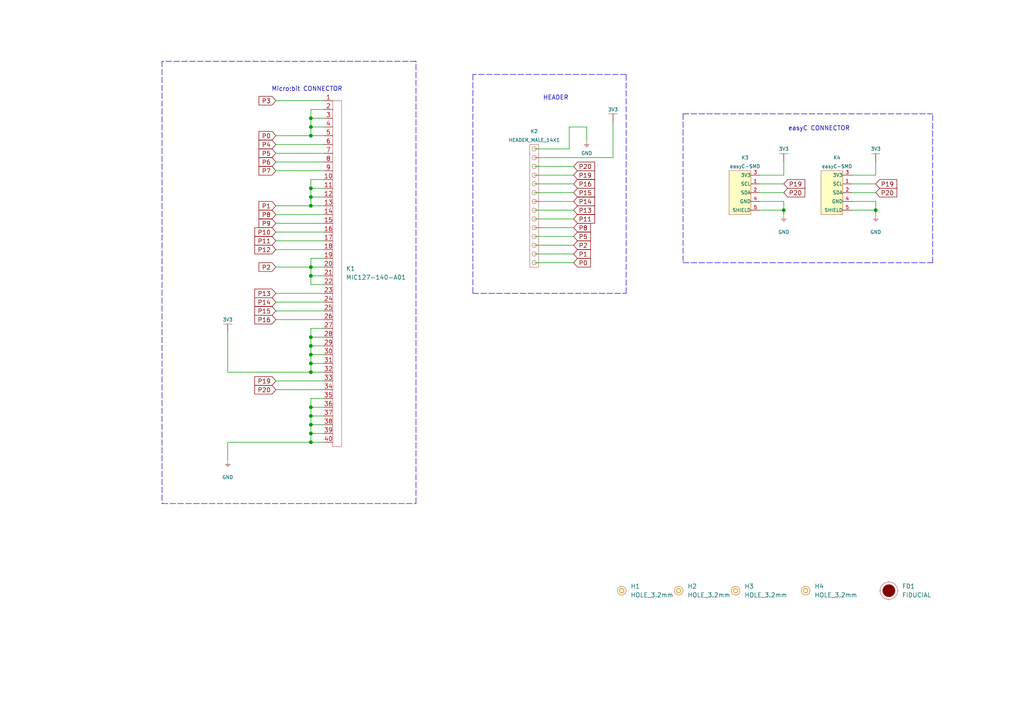
<source format=kicad_sch>
(kicad_sch (version 20210621) (generator eeschema)

  (uuid 47ddcb19-f6d9-4e5a-b914-ff9e25b58b32)

  (paper "A4")

  (title_block
    (title "PROTO:bit")
    (date "2021-09-09")
    (rev "V1.0.0.")
    (company "SOLDERED")
    (comment 1 "333087")
  )

  (lib_symbols
    (symbol "e-radionica.com schematics:3V3" (power) (pin_names (offset 0)) (in_bom yes) (on_board yes)
      (property "Reference" "#PWR" (id 0) (at 4.445 0 0)
        (effects (font (size 1 1)) hide)
      )
      (property "Value" "3V3" (id 1) (at 0 3.556 0)
        (effects (font (size 1 1)))
      )
      (property "Footprint" "" (id 2) (at 4.445 3.81 0)
        (effects (font (size 1 1)) hide)
      )
      (property "Datasheet" "" (id 3) (at 4.445 3.81 0)
        (effects (font (size 1 1)) hide)
      )
      (property "ki_keywords" "power-flag" (id 4) (at 0 0 0)
        (effects (font (size 1.27 1.27)) hide)
      )
      (property "ki_description" "Power symbol creates a global label with name \"3V3\"" (id 5) (at 0 0 0)
        (effects (font (size 1.27 1.27)) hide)
      )
      (symbol "3V3_0_1"
        (polyline
          (pts
            (xy -1.27 2.54)
            (xy 1.27 2.54)
          )
          (stroke (width 0.0006)) (fill (type none))
        )
        (polyline
          (pts
            (xy 0 0)
            (xy 0 2.54)
          )
          (stroke (width 0)) (fill (type none))
        )
      )
      (symbol "3V3_1_1"
        (pin power_in line (at 0 0 90) (length 0) hide
          (name "3V3" (effects (font (size 1.27 1.27))))
          (number "1" (effects (font (size 1.27 1.27))))
        )
      )
    )
    (symbol "e-radionica.com schematics:FIDUCIAL" (in_bom no) (on_board yes)
      (property "Reference" "FD" (id 0) (at 0 3.81 0)
        (effects (font (size 1.27 1.27)))
      )
      (property "Value" "FIDUCIAL" (id 1) (at 0 -3.81 0)
        (effects (font (size 1.27 1.27)))
      )
      (property "Footprint" "e-radionica.com footprinti:FIDUCIAL_23" (id 2) (at 0.254 -5.334 0)
        (effects (font (size 1.27 1.27)) hide)
      )
      (property "Datasheet" "" (id 3) (at 0 0 0)
        (effects (font (size 1.27 1.27)) hide)
      )
      (symbol "FIDUCIAL_0_1"
        (circle (center 0 0) (radius 2.54) (stroke (width 0.0006)) (fill (type none)))
        (circle (center 0 0) (radius 1.7961) (stroke (width 0.001)) (fill (type outline)))
        (polyline
          (pts
            (xy -2.54 0)
            (xy -2.794 0)
          )
          (stroke (width 0.0006)) (fill (type none))
        )
        (polyline
          (pts
            (xy 0 -2.54)
            (xy 0 -2.794)
          )
          (stroke (width 0.0006)) (fill (type none))
        )
        (polyline
          (pts
            (xy 0 2.54)
            (xy 0 2.794)
          )
          (stroke (width 0.0006)) (fill (type none))
        )
        (polyline
          (pts
            (xy 2.54 0)
            (xy 2.794 0)
          )
          (stroke (width 0.0006)) (fill (type none))
        )
      )
    )
    (symbol "e-radionica.com schematics:GND" (power) (pin_names (offset 0)) (in_bom yes) (on_board yes)
      (property "Reference" "#PWR" (id 0) (at 4.445 0 0)
        (effects (font (size 1 1)) hide)
      )
      (property "Value" "GND" (id 1) (at 0 -2.921 0)
        (effects (font (size 1 1)))
      )
      (property "Footprint" "" (id 2) (at 4.445 3.81 0)
        (effects (font (size 1 1)) hide)
      )
      (property "Datasheet" "" (id 3) (at 4.445 3.81 0)
        (effects (font (size 1 1)) hide)
      )
      (property "ki_keywords" "power-flag" (id 4) (at 0 0 0)
        (effects (font (size 1.27 1.27)) hide)
      )
      (property "ki_description" "Power symbol creates a global label with name \"GND\"" (id 5) (at 0 0 0)
        (effects (font (size 1.27 1.27)) hide)
      )
      (symbol "GND_0_1"
        (polyline
          (pts
            (xy -0.762 -1.27)
            (xy 0.762 -1.27)
          )
          (stroke (width 0.0006)) (fill (type none))
        )
        (polyline
          (pts
            (xy -0.635 -1.524)
            (xy 0.635 -1.524)
          )
          (stroke (width 0.0006)) (fill (type none))
        )
        (polyline
          (pts
            (xy -0.381 -1.778)
            (xy 0.381 -1.778)
          )
          (stroke (width 0.0006)) (fill (type none))
        )
        (polyline
          (pts
            (xy -0.127 -2.032)
            (xy 0.127 -2.032)
          )
          (stroke (width 0.0006)) (fill (type none))
        )
        (polyline
          (pts
            (xy 0 0)
            (xy 0 -1.27)
          )
          (stroke (width 0.0006)) (fill (type none))
        )
      )
      (symbol "GND_1_1"
        (pin power_in line (at 0 0 270) (length 0) hide
          (name "GND" (effects (font (size 1.27 1.27))))
          (number "1" (effects (font (size 1.27 1.27))))
        )
      )
    )
    (symbol "e-radionica.com schematics:HEADER_MALE_14X1" (pin_numbers hide) (in_bom yes) (on_board yes)
      (property "Reference" "K" (id 0) (at -0.635 20.32 0)
        (effects (font (size 1 1)))
      )
      (property "Value" "HEADER_MALE_14X1" (id 1) (at 1.27 -17.78 0)
        (effects (font (size 1 1)))
      )
      (property "Footprint" "e-radionica.com footprinti:HEADER_MALE_14X1" (id 2) (at 0 2.54 0)
        (effects (font (size 1 1)) hide)
      )
      (property "Datasheet" "" (id 3) (at 0 2.54 0)
        (effects (font (size 1 1)) hide)
      )
      (symbol "HEADER_MALE_14X1_0_1"
        (circle (center 0 -15.24) (radius 0.635) (stroke (width 0.0006)) (fill (type none)))
        (circle (center 0 -12.7) (radius 0.635) (stroke (width 0.0006)) (fill (type none)))
        (circle (center 0 -10.16) (radius 0.635) (stroke (width 0.0006)) (fill (type none)))
        (circle (center 0 -7.62) (radius 0.635) (stroke (width 0.0006)) (fill (type none)))
        (circle (center 0 -5.08) (radius 0.635) (stroke (width 0.0006)) (fill (type none)))
        (circle (center 0 -2.54) (radius 0.635) (stroke (width 0.0006)) (fill (type none)))
        (circle (center 0 0) (radius 0.635) (stroke (width 0.0006)) (fill (type none)))
        (circle (center 0 2.54) (radius 0.635) (stroke (width 0.0006)) (fill (type none)))
        (circle (center 0 5.08) (radius 0.635) (stroke (width 0.0006)) (fill (type none)))
        (circle (center 0 7.62) (radius 0.635) (stroke (width 0.0006)) (fill (type none)))
        (circle (center 0 10.16) (radius 0.635) (stroke (width 0.0006)) (fill (type none)))
        (circle (center 0 12.7) (radius 0.635) (stroke (width 0.0006)) (fill (type none)))
        (circle (center 0 15.24) (radius 0.635) (stroke (width 0.0006)) (fill (type none)))
        (circle (center 0 17.78) (radius 0.635) (stroke (width 0.0006)) (fill (type none)))
        (rectangle (start 1.27 -16.51) (end -1.27 19.05)
          (stroke (width 0.0006)) (fill (type none))
        )
      )
      (symbol "HEADER_MALE_14X1_1_1"
        (pin passive line (at 0 -15.24 180) (length 0)
          (name "~" (effects (font (size 0.991 0.991))))
          (number "1" (effects (font (size 0.991 0.991))))
        )
        (pin passive line (at 0 7.62 180) (length 0)
          (name "~" (effects (font (size 0.991 0.991))))
          (number "10" (effects (font (size 0.991 0.991))))
        )
        (pin passive line (at 0 10.16 180) (length 0)
          (name "~" (effects (font (size 0.991 0.991))))
          (number "11" (effects (font (size 0.991 0.991))))
        )
        (pin passive line (at 0 12.7 180) (length 0)
          (name "~" (effects (font (size 0.991 0.991))))
          (number "12" (effects (font (size 0.991 0.991))))
        )
        (pin passive line (at 0 15.24 180) (length 0)
          (name "~" (effects (font (size 0.991 0.991))))
          (number "13" (effects (font (size 0.991 0.991))))
        )
        (pin passive line (at 0 17.78 180) (length 0)
          (name "~" (effects (font (size 0.991 0.991))))
          (number "14" (effects (font (size 0.991 0.991))))
        )
        (pin passive line (at 0 -12.7 180) (length 0)
          (name "~" (effects (font (size 0.991 0.991))))
          (number "2" (effects (font (size 0.991 0.991))))
        )
        (pin passive line (at 0 -10.16 180) (length 0)
          (name "~" (effects (font (size 0.991 0.991))))
          (number "3" (effects (font (size 0.991 0.991))))
        )
        (pin passive line (at 0 -7.62 180) (length 0)
          (name "~" (effects (font (size 0.991 0.991))))
          (number "4" (effects (font (size 0.991 0.991))))
        )
        (pin passive line (at 0 -5.08 180) (length 0)
          (name "~" (effects (font (size 0.991 0.991))))
          (number "5" (effects (font (size 0.991 0.991))))
        )
        (pin passive line (at 0 -2.54 180) (length 0)
          (name "~" (effects (font (size 0.991 0.991))))
          (number "6" (effects (font (size 0.991 0.991))))
        )
        (pin passive line (at 0 0 180) (length 0)
          (name "~" (effects (font (size 0.991 0.991))))
          (number "7" (effects (font (size 0.991 0.991))))
        )
        (pin passive line (at 0 2.54 180) (length 0)
          (name "~" (effects (font (size 0.991 0.991))))
          (number "8" (effects (font (size 0.991 0.991))))
        )
        (pin passive line (at 0 5.08 180) (length 0)
          (name "~" (effects (font (size 0.991 0.991))))
          (number "9" (effects (font (size 0.991 0.991))))
        )
      )
    )
    (symbol "e-radionica.com schematics:HOLE_3.2mm" (pin_numbers hide) (pin_names hide) (in_bom yes) (on_board yes)
      (property "Reference" "H" (id 0) (at 0 2.54 0)
        (effects (font (size 1.27 1.27)))
      )
      (property "Value" "HOLE_3.2mm" (id 1) (at 0 -2.54 0)
        (effects (font (size 1.27 1.27)))
      )
      (property "Footprint" "e-radionica.com footprinti:HOLE_3.2mm" (id 2) (at 0 0 0)
        (effects (font (size 1.27 1.27)) hide)
      )
      (property "Datasheet" "" (id 3) (at 0 0 0)
        (effects (font (size 1.27 1.27)) hide)
      )
      (symbol "HOLE_3.2mm_0_1"
        (circle (center 0 0) (radius 0.635) (stroke (width 0.0006)) (fill (type none)))
        (circle (center 0 0) (radius 1.27) (stroke (width 0.001)) (fill (type background)))
      )
    )
    (symbol "e-radionica.com schematics:MIC127-140-A01" (in_bom yes) (on_board yes)
      (property "Reference" "K" (id 0) (at 2.54 15.24 0)
        (effects (font (size 1.27 1.27)))
      )
      (property "Value" "MIC127-140-A01" (id 1) (at 8.89 25.4 0)
        (effects (font (size 1.27 1.27)))
      )
      (property "Footprint" "e-radionica.com footprinti:MC127-140-A01" (id 2) (at 0 -19.05 0)
        (effects (font (size 1.27 1.27)) hide)
      )
      (property "Datasheet" "" (id 3) (at 0 -19.05 0)
        (effects (font (size 1.27 1.27)) hide)
      )
      (symbol "MIC127-140-A01_0_1"
        (rectangle (start -2.54 -50.8) (end 0 49.53)
          (stroke (width 0.0006)) (fill (type none))
        )
      )
      (symbol "MIC127-140-A01_1_1"
        (pin input line (at -5.08 49.53 0) (length 2.54)
          (name "" (effects (font (size 1.27 1.27))))
          (number "1" (effects (font (size 1.27 1.27))))
        )
        (pin input line (at -5.08 26.67 0) (length 2.54)
          (name "" (effects (font (size 1.27 1.27))))
          (number "10" (effects (font (size 1.27 1.27))))
        )
        (pin input line (at -5.08 24.13 0) (length 2.54)
          (name "" (effects (font (size 1.27 1.27))))
          (number "11" (effects (font (size 1.27 1.27))))
        )
        (pin input line (at -5.08 21.59 0) (length 2.54)
          (name "" (effects (font (size 1.27 1.27))))
          (number "12" (effects (font (size 1.27 1.27))))
        )
        (pin input line (at -5.08 19.05 0) (length 2.54)
          (name "" (effects (font (size 1.27 1.27))))
          (number "13" (effects (font (size 1.27 1.27))))
        )
        (pin input line (at -5.08 16.51 0) (length 2.54)
          (name "" (effects (font (size 1.27 1.27))))
          (number "14" (effects (font (size 1.27 1.27))))
        )
        (pin input line (at -5.08 13.97 0) (length 2.54)
          (name "" (effects (font (size 1.27 1.27))))
          (number "15" (effects (font (size 1.27 1.27))))
        )
        (pin input line (at -5.08 11.43 0) (length 2.54)
          (name "" (effects (font (size 1.27 1.27))))
          (number "16" (effects (font (size 1.27 1.27))))
        )
        (pin input line (at -5.08 8.89 0) (length 2.54)
          (name "" (effects (font (size 1.27 1.27))))
          (number "17" (effects (font (size 1.27 1.27))))
        )
        (pin input line (at -5.08 6.35 0) (length 2.54)
          (name "" (effects (font (size 1.27 1.27))))
          (number "18" (effects (font (size 1.27 1.27))))
        )
        (pin input line (at -5.08 3.81 0) (length 2.54)
          (name "" (effects (font (size 1.27 1.27))))
          (number "19" (effects (font (size 1.27 1.27))))
        )
        (pin input line (at -5.08 46.99 0) (length 2.54)
          (name "" (effects (font (size 1.27 1.27))))
          (number "2" (effects (font (size 1.27 1.27))))
        )
        (pin input line (at -5.08 1.27 0) (length 2.54)
          (name "" (effects (font (size 1.27 1.27))))
          (number "20" (effects (font (size 1.27 1.27))))
        )
        (pin input line (at -5.08 -1.27 0) (length 2.54)
          (name "" (effects (font (size 1.27 1.27))))
          (number "21" (effects (font (size 1.27 1.27))))
        )
        (pin input line (at -5.08 -3.81 0) (length 2.54)
          (name "" (effects (font (size 1.27 1.27))))
          (number "22" (effects (font (size 1.27 1.27))))
        )
        (pin input line (at -5.08 -6.35 0) (length 2.54)
          (name "" (effects (font (size 1.27 1.27))))
          (number "23" (effects (font (size 1.27 1.27))))
        )
        (pin input line (at -5.08 -8.89 0) (length 2.54)
          (name "" (effects (font (size 1.27 1.27))))
          (number "24" (effects (font (size 1.27 1.27))))
        )
        (pin input line (at -5.08 -11.43 0) (length 2.54)
          (name "" (effects (font (size 1.27 1.27))))
          (number "25" (effects (font (size 1.27 1.27))))
        )
        (pin input line (at -5.08 -13.97 0) (length 2.54)
          (name "" (effects (font (size 1.27 1.27))))
          (number "26" (effects (font (size 1.27 1.27))))
        )
        (pin input line (at -5.08 -16.51 0) (length 2.54)
          (name "" (effects (font (size 1.27 1.27))))
          (number "27" (effects (font (size 1.27 1.27))))
        )
        (pin input line (at -5.08 -19.05 0) (length 2.54)
          (name "" (effects (font (size 1.27 1.27))))
          (number "28" (effects (font (size 1.27 1.27))))
        )
        (pin input line (at -5.08 -21.59 0) (length 2.54)
          (name "" (effects (font (size 1.27 1.27))))
          (number "29" (effects (font (size 1.27 1.27))))
        )
        (pin input line (at -5.08 44.45 0) (length 2.54)
          (name "" (effects (font (size 1.27 1.27))))
          (number "3" (effects (font (size 1.27 1.27))))
        )
        (pin input line (at -5.08 -24.13 0) (length 2.54)
          (name "" (effects (font (size 1.27 1.27))))
          (number "30" (effects (font (size 1.27 1.27))))
        )
        (pin input line (at -5.08 -26.67 0) (length 2.54)
          (name "" (effects (font (size 1.27 1.27))))
          (number "31" (effects (font (size 1.27 1.27))))
        )
        (pin input line (at -5.08 -29.21 0) (length 2.54)
          (name "" (effects (font (size 1.27 1.27))))
          (number "32" (effects (font (size 1.27 1.27))))
        )
        (pin input line (at -5.08 -31.75 0) (length 2.54)
          (name "" (effects (font (size 1.27 1.27))))
          (number "33" (effects (font (size 1.27 1.27))))
        )
        (pin input line (at -5.08 -34.29 0) (length 2.54)
          (name "" (effects (font (size 1.27 1.27))))
          (number "34" (effects (font (size 1.27 1.27))))
        )
        (pin input line (at -5.08 -36.83 0) (length 2.54)
          (name "" (effects (font (size 1.27 1.27))))
          (number "35" (effects (font (size 1.27 1.27))))
        )
        (pin input line (at -5.08 -39.37 0) (length 2.54)
          (name "" (effects (font (size 1.27 1.27))))
          (number "36" (effects (font (size 1.27 1.27))))
        )
        (pin input line (at -5.08 -41.91 0) (length 2.54)
          (name "" (effects (font (size 1.27 1.27))))
          (number "37" (effects (font (size 1.27 1.27))))
        )
        (pin input line (at -5.08 -44.45 0) (length 2.54)
          (name "" (effects (font (size 1.27 1.27))))
          (number "38" (effects (font (size 1.27 1.27))))
        )
        (pin input line (at -5.08 -46.99 0) (length 2.54)
          (name "" (effects (font (size 1.27 1.27))))
          (number "39" (effects (font (size 1.27 1.27))))
        )
        (pin input line (at -5.08 41.91 0) (length 2.54)
          (name "" (effects (font (size 1.27 1.27))))
          (number "4" (effects (font (size 1.27 1.27))))
        )
        (pin input line (at -5.08 -49.53 0) (length 2.54)
          (name "" (effects (font (size 1.27 1.27))))
          (number "40" (effects (font (size 1.27 1.27))))
        )
        (pin input line (at -5.08 39.37 0) (length 2.54)
          (name "" (effects (font (size 1.27 1.27))))
          (number "5" (effects (font (size 1.27 1.27))))
        )
        (pin input line (at -5.08 36.83 0) (length 2.54)
          (name "" (effects (font (size 1.27 1.27))))
          (number "6" (effects (font (size 1.27 1.27))))
        )
        (pin input line (at -5.08 34.29 0) (length 2.54)
          (name "" (effects (font (size 1.27 1.27))))
          (number "7" (effects (font (size 1.27 1.27))))
        )
        (pin input line (at -5.08 31.75 0) (length 2.54)
          (name "" (effects (font (size 1.27 1.27))))
          (number "8" (effects (font (size 1.27 1.27))))
        )
        (pin input line (at -5.08 29.21 0) (length 2.54)
          (name "" (effects (font (size 1.27 1.27))))
          (number "9" (effects (font (size 1.27 1.27))))
        )
      )
    )
    (symbol "e-radionica.com schematics:easyC-SMD" (pin_names (offset 0.002)) (in_bom yes) (on_board yes)
      (property "Reference" "K" (id 0) (at -2.54 10.16 0)
        (effects (font (size 1 1)))
      )
      (property "Value" "easyC-SMD" (id 1) (at 0 -5.08 0)
        (effects (font (size 1 1)))
      )
      (property "Footprint" "e-radionica.com footprinti:easyC-connector" (id 2) (at 3.175 2.54 0)
        (effects (font (size 1 1)) hide)
      )
      (property "Datasheet" "" (id 3) (at 3.175 2.54 0)
        (effects (font (size 1 1)) hide)
      )
      (symbol "easyC-SMD_0_1"
        (rectangle (start -3.175 8.89) (end 3.175 -3.81)
          (stroke (width 0.001)) (fill (type background))
        )
      )
      (symbol "easyC-SMD_1_1"
        (pin passive line (at 5.715 5.08 180) (length 2.54)
          (name "SCL" (effects (font (size 1 1))))
          (number "1" (effects (font (size 1 1))))
        )
        (pin passive line (at 5.715 2.54 180) (length 2.54)
          (name "SDA" (effects (font (size 1 1))))
          (number "2" (effects (font (size 1 1))))
        )
        (pin passive line (at 5.715 7.62 180) (length 2.54)
          (name "3V3" (effects (font (size 1 1))))
          (number "3" (effects (font (size 1 1))))
        )
        (pin passive line (at 5.715 0 180) (length 2.54)
          (name "GND" (effects (font (size 1 1))))
          (number "4" (effects (font (size 1 1))))
        )
        (pin passive line (at 5.715 -2.54 180) (length 2.54)
          (name "SHIELD" (effects (font (size 1 1))))
          (number "5" (effects (font (size 1 1))))
        )
      )
    )
  )

  (junction (at 90.17 34.29) (diameter 0.9144) (color 0 0 0 0))
  (junction (at 90.17 36.83) (diameter 0.9144) (color 0 0 0 0))
  (junction (at 90.17 39.37) (diameter 0.9144) (color 0 0 0 0))
  (junction (at 90.17 54.61) (diameter 0.9144) (color 0 0 0 0))
  (junction (at 90.17 57.15) (diameter 0.9144) (color 0 0 0 0))
  (junction (at 90.17 59.69) (diameter 0.9144) (color 0 0 0 0))
  (junction (at 90.17 77.47) (diameter 0.9144) (color 0 0 0 0))
  (junction (at 90.17 80.01) (diameter 0.9144) (color 0 0 0 0))
  (junction (at 90.17 97.79) (diameter 0.9144) (color 0 0 0 0))
  (junction (at 90.17 100.33) (diameter 0.9144) (color 0 0 0 0))
  (junction (at 90.17 102.87) (diameter 0.9144) (color 0 0 0 0))
  (junction (at 90.17 105.41) (diameter 0.9144) (color 0 0 0 0))
  (junction (at 90.17 107.95) (diameter 0.9144) (color 0 0 0 0))
  (junction (at 90.17 118.11) (diameter 0.9144) (color 0 0 0 0))
  (junction (at 90.17 120.65) (diameter 0.9144) (color 0 0 0 0))
  (junction (at 90.17 123.19) (diameter 0.9144) (color 0 0 0 0))
  (junction (at 90.17 125.73) (diameter 0.9144) (color 0 0 0 0))
  (junction (at 90.17 128.27) (diameter 0.9144) (color 0 0 0 0))
  (junction (at 227.33 60.96) (diameter 0.9144) (color 0 0 0 0))
  (junction (at 254 60.96) (diameter 0.9144) (color 0 0 0 0))

  (wire (pts (xy 66.04 107.95) (xy 66.04 96.52))
    (stroke (width 0) (type solid) (color 0 0 0 0))
    (uuid 4b7c565b-bd45-4356-996d-4fb9058962c9)
  )
  (wire (pts (xy 66.04 128.27) (xy 66.04 133.35))
    (stroke (width 0) (type solid) (color 0 0 0 0))
    (uuid 48ce0327-c003-403f-9d80-9052fc61f284)
  )
  (wire (pts (xy 80.01 29.21) (xy 93.98 29.21))
    (stroke (width 0) (type solid) (color 0 0 0 0))
    (uuid 9164b2a5-b8d7-49d4-8b84-cd911b9c981f)
  )
  (wire (pts (xy 80.01 39.37) (xy 90.17 39.37))
    (stroke (width 0) (type solid) (color 0 0 0 0))
    (uuid 7d16533a-33db-42b1-a547-de5662c517b1)
  )
  (wire (pts (xy 80.01 41.91) (xy 93.98 41.91))
    (stroke (width 0) (type solid) (color 0 0 0 0))
    (uuid c0b42986-9697-4b03-a292-33eb596e3baa)
  )
  (wire (pts (xy 80.01 44.45) (xy 93.98 44.45))
    (stroke (width 0) (type solid) (color 0 0 0 0))
    (uuid 044983c9-b12f-41b5-9a67-5b7bdee1f599)
  )
  (wire (pts (xy 80.01 46.99) (xy 93.98 46.99))
    (stroke (width 0) (type solid) (color 0 0 0 0))
    (uuid 6c0ef96b-670e-4d3b-835e-02a049339e1d)
  )
  (wire (pts (xy 80.01 49.53) (xy 93.98 49.53))
    (stroke (width 0) (type solid) (color 0 0 0 0))
    (uuid 97c8b704-9598-4d54-b092-00725effb34b)
  )
  (wire (pts (xy 80.01 59.69) (xy 90.17 59.69))
    (stroke (width 0) (type solid) (color 0 0 0 0))
    (uuid e398fdae-b221-4a07-8fb4-92fb3198a789)
  )
  (wire (pts (xy 80.01 62.23) (xy 93.98 62.23))
    (stroke (width 0) (type solid) (color 0 0 0 0))
    (uuid dfb1283a-0b32-418b-9b9c-7e59d8c042b3)
  )
  (wire (pts (xy 80.01 64.77) (xy 93.98 64.77))
    (stroke (width 0) (type solid) (color 0 0 0 0))
    (uuid 5902997d-3e7b-4f28-8093-ce4f26c4f642)
  )
  (wire (pts (xy 80.01 67.31) (xy 93.98 67.31))
    (stroke (width 0) (type solid) (color 0 0 0 0))
    (uuid da68ad33-f118-411e-a278-7f1c38b0eca9)
  )
  (wire (pts (xy 80.01 69.85) (xy 93.98 69.85))
    (stroke (width 0) (type solid) (color 0 0 0 0))
    (uuid 5bf6f4a3-82ba-4c4d-8a1d-b5b01910d963)
  )
  (wire (pts (xy 80.01 72.39) (xy 93.98 72.39))
    (stroke (width 0) (type solid) (color 0 0 0 0))
    (uuid 591491a2-cfa3-4c5a-9f03-295ca959fffc)
  )
  (wire (pts (xy 80.01 77.47) (xy 90.17 77.47))
    (stroke (width 0) (type solid) (color 0 0 0 0))
    (uuid 6f10263a-3778-44b3-af43-30695198d4fe)
  )
  (wire (pts (xy 80.01 85.09) (xy 93.98 85.09))
    (stroke (width 0) (type solid) (color 0 0 0 0))
    (uuid 2bb0d21d-0f62-4233-b15d-7ecbb4e79888)
  )
  (wire (pts (xy 80.01 87.63) (xy 93.98 87.63))
    (stroke (width 0) (type solid) (color 0 0 0 0))
    (uuid ebd392bb-42cc-4590-8e62-ccce5a3d7aa6)
  )
  (wire (pts (xy 80.01 90.17) (xy 93.98 90.17))
    (stroke (width 0) (type solid) (color 0 0 0 0))
    (uuid dfb8f638-6bb8-4eb6-b27f-bc985a8c1696)
  )
  (wire (pts (xy 80.01 92.71) (xy 93.98 92.71))
    (stroke (width 0) (type solid) (color 0 0 0 0))
    (uuid 7cfbe525-c6da-4964-84b5-43d4f23f6fa5)
  )
  (wire (pts (xy 80.01 110.49) (xy 93.98 110.49))
    (stroke (width 0) (type solid) (color 0 0 0 0))
    (uuid d4cc284d-49b6-4e65-bdd5-20ad989bb2ca)
  )
  (wire (pts (xy 80.01 113.03) (xy 93.98 113.03))
    (stroke (width 0) (type solid) (color 0 0 0 0))
    (uuid a500afac-55f5-4e52-a238-4b24ff5a2003)
  )
  (wire (pts (xy 90.17 31.75) (xy 90.17 34.29))
    (stroke (width 0) (type solid) (color 0 0 0 0))
    (uuid 6077fff7-2733-403c-8938-3ab7a5855d1b)
  )
  (wire (pts (xy 90.17 34.29) (xy 90.17 36.83))
    (stroke (width 0) (type solid) (color 0 0 0 0))
    (uuid 333186fe-741e-4446-9a79-21041d3e5e35)
  )
  (wire (pts (xy 90.17 36.83) (xy 90.17 39.37))
    (stroke (width 0) (type solid) (color 0 0 0 0))
    (uuid ceddc1f7-482b-43fa-a361-31096a198a0c)
  )
  (wire (pts (xy 90.17 39.37) (xy 93.98 39.37))
    (stroke (width 0) (type solid) (color 0 0 0 0))
    (uuid 7d16533a-33db-42b1-a547-de5662c517b1)
  )
  (wire (pts (xy 90.17 52.07) (xy 90.17 54.61))
    (stroke (width 0) (type solid) (color 0 0 0 0))
    (uuid 615d257c-563d-460e-ae40-864ca2660a99)
  )
  (wire (pts (xy 90.17 54.61) (xy 90.17 57.15))
    (stroke (width 0) (type solid) (color 0 0 0 0))
    (uuid 15c0d730-f888-4521-a8da-9aad3cded09d)
  )
  (wire (pts (xy 90.17 57.15) (xy 90.17 59.69))
    (stroke (width 0) (type solid) (color 0 0 0 0))
    (uuid ac67777a-788a-40bd-8a10-ee34b41cf9c1)
  )
  (wire (pts (xy 90.17 59.69) (xy 93.98 59.69))
    (stroke (width 0) (type solid) (color 0 0 0 0))
    (uuid e398fdae-b221-4a07-8fb4-92fb3198a789)
  )
  (wire (pts (xy 90.17 74.93) (xy 90.17 77.47))
    (stroke (width 0) (type solid) (color 0 0 0 0))
    (uuid 278d263e-998d-4861-93b2-e5d552404578)
  )
  (wire (pts (xy 90.17 77.47) (xy 93.98 77.47))
    (stroke (width 0) (type solid) (color 0 0 0 0))
    (uuid 6f10263a-3778-44b3-af43-30695198d4fe)
  )
  (wire (pts (xy 90.17 80.01) (xy 90.17 77.47))
    (stroke (width 0) (type solid) (color 0 0 0 0))
    (uuid 92f91e46-4a53-49d6-85c1-b2dda115974a)
  )
  (wire (pts (xy 90.17 82.55) (xy 90.17 80.01))
    (stroke (width 0) (type solid) (color 0 0 0 0))
    (uuid 9221d66e-4bf3-4143-bdb9-eaa65cf13185)
  )
  (wire (pts (xy 90.17 95.25) (xy 90.17 97.79))
    (stroke (width 0) (type solid) (color 0 0 0 0))
    (uuid e2ed468c-6dcf-47de-a03a-47590f16af38)
  )
  (wire (pts (xy 90.17 97.79) (xy 90.17 100.33))
    (stroke (width 0) (type solid) (color 0 0 0 0))
    (uuid 12371f7c-6826-4ab5-953f-ce70610c1da5)
  )
  (wire (pts (xy 90.17 100.33) (xy 90.17 102.87))
    (stroke (width 0) (type solid) (color 0 0 0 0))
    (uuid 2c884794-a994-499e-a937-a312d0c93ec3)
  )
  (wire (pts (xy 90.17 102.87) (xy 90.17 105.41))
    (stroke (width 0) (type solid) (color 0 0 0 0))
    (uuid 281f892b-497e-417c-b205-0b1d3c42c84f)
  )
  (wire (pts (xy 90.17 105.41) (xy 90.17 107.95))
    (stroke (width 0) (type solid) (color 0 0 0 0))
    (uuid bdd4024e-27bb-4ea3-ad43-ff867201d80b)
  )
  (wire (pts (xy 90.17 107.95) (xy 66.04 107.95))
    (stroke (width 0) (type solid) (color 0 0 0 0))
    (uuid 4b7c565b-bd45-4356-996d-4fb9058962c9)
  )
  (wire (pts (xy 90.17 115.57) (xy 90.17 118.11))
    (stroke (width 0) (type solid) (color 0 0 0 0))
    (uuid c7e144cc-f7f7-4446-b624-9ee3daa37cec)
  )
  (wire (pts (xy 90.17 118.11) (xy 90.17 120.65))
    (stroke (width 0) (type solid) (color 0 0 0 0))
    (uuid 1621af87-187a-4c00-91c1-8917e52d532d)
  )
  (wire (pts (xy 90.17 120.65) (xy 90.17 123.19))
    (stroke (width 0) (type solid) (color 0 0 0 0))
    (uuid 53c88eac-7940-49d8-a158-2c052e4189dc)
  )
  (wire (pts (xy 90.17 123.19) (xy 90.17 125.73))
    (stroke (width 0) (type solid) (color 0 0 0 0))
    (uuid 026da494-1d81-46f9-8df2-aab20e1d0729)
  )
  (wire (pts (xy 90.17 125.73) (xy 90.17 128.27))
    (stroke (width 0) (type solid) (color 0 0 0 0))
    (uuid 98e8a4c8-8556-4723-b8d3-f77f9edc2772)
  )
  (wire (pts (xy 90.17 128.27) (xy 66.04 128.27))
    (stroke (width 0) (type solid) (color 0 0 0 0))
    (uuid 48ce0327-c003-403f-9d80-9052fc61f284)
  )
  (wire (pts (xy 93.98 31.75) (xy 90.17 31.75))
    (stroke (width 0) (type solid) (color 0 0 0 0))
    (uuid 6077fff7-2733-403c-8938-3ab7a5855d1b)
  )
  (wire (pts (xy 93.98 34.29) (xy 90.17 34.29))
    (stroke (width 0) (type solid) (color 0 0 0 0))
    (uuid 333186fe-741e-4446-9a79-21041d3e5e35)
  )
  (wire (pts (xy 93.98 36.83) (xy 90.17 36.83))
    (stroke (width 0) (type solid) (color 0 0 0 0))
    (uuid ceddc1f7-482b-43fa-a361-31096a198a0c)
  )
  (wire (pts (xy 93.98 52.07) (xy 90.17 52.07))
    (stroke (width 0) (type solid) (color 0 0 0 0))
    (uuid 615d257c-563d-460e-ae40-864ca2660a99)
  )
  (wire (pts (xy 93.98 54.61) (xy 90.17 54.61))
    (stroke (width 0) (type solid) (color 0 0 0 0))
    (uuid 15c0d730-f888-4521-a8da-9aad3cded09d)
  )
  (wire (pts (xy 93.98 57.15) (xy 90.17 57.15))
    (stroke (width 0) (type solid) (color 0 0 0 0))
    (uuid ac67777a-788a-40bd-8a10-ee34b41cf9c1)
  )
  (wire (pts (xy 93.98 74.93) (xy 90.17 74.93))
    (stroke (width 0) (type solid) (color 0 0 0 0))
    (uuid 278d263e-998d-4861-93b2-e5d552404578)
  )
  (wire (pts (xy 93.98 80.01) (xy 90.17 80.01))
    (stroke (width 0) (type solid) (color 0 0 0 0))
    (uuid 92f91e46-4a53-49d6-85c1-b2dda115974a)
  )
  (wire (pts (xy 93.98 82.55) (xy 90.17 82.55))
    (stroke (width 0) (type solid) (color 0 0 0 0))
    (uuid 9221d66e-4bf3-4143-bdb9-eaa65cf13185)
  )
  (wire (pts (xy 93.98 95.25) (xy 90.17 95.25))
    (stroke (width 0) (type solid) (color 0 0 0 0))
    (uuid e2ed468c-6dcf-47de-a03a-47590f16af38)
  )
  (wire (pts (xy 93.98 97.79) (xy 90.17 97.79))
    (stroke (width 0) (type solid) (color 0 0 0 0))
    (uuid 12371f7c-6826-4ab5-953f-ce70610c1da5)
  )
  (wire (pts (xy 93.98 100.33) (xy 90.17 100.33))
    (stroke (width 0) (type solid) (color 0 0 0 0))
    (uuid 2c884794-a994-499e-a937-a312d0c93ec3)
  )
  (wire (pts (xy 93.98 102.87) (xy 90.17 102.87))
    (stroke (width 0) (type solid) (color 0 0 0 0))
    (uuid 281f892b-497e-417c-b205-0b1d3c42c84f)
  )
  (wire (pts (xy 93.98 105.41) (xy 90.17 105.41))
    (stroke (width 0) (type solid) (color 0 0 0 0))
    (uuid bdd4024e-27bb-4ea3-ad43-ff867201d80b)
  )
  (wire (pts (xy 93.98 107.95) (xy 90.17 107.95))
    (stroke (width 0) (type solid) (color 0 0 0 0))
    (uuid 4b7c565b-bd45-4356-996d-4fb9058962c9)
  )
  (wire (pts (xy 93.98 115.57) (xy 90.17 115.57))
    (stroke (width 0) (type solid) (color 0 0 0 0))
    (uuid c7e144cc-f7f7-4446-b624-9ee3daa37cec)
  )
  (wire (pts (xy 93.98 118.11) (xy 90.17 118.11))
    (stroke (width 0) (type solid) (color 0 0 0 0))
    (uuid 1621af87-187a-4c00-91c1-8917e52d532d)
  )
  (wire (pts (xy 93.98 120.65) (xy 90.17 120.65))
    (stroke (width 0) (type solid) (color 0 0 0 0))
    (uuid 53c88eac-7940-49d8-a158-2c052e4189dc)
  )
  (wire (pts (xy 93.98 123.19) (xy 90.17 123.19))
    (stroke (width 0) (type solid) (color 0 0 0 0))
    (uuid 026da494-1d81-46f9-8df2-aab20e1d0729)
  )
  (wire (pts (xy 93.98 125.73) (xy 90.17 125.73))
    (stroke (width 0) (type solid) (color 0 0 0 0))
    (uuid 98e8a4c8-8556-4723-b8d3-f77f9edc2772)
  )
  (wire (pts (xy 93.98 128.27) (xy 90.17 128.27))
    (stroke (width 0) (type solid) (color 0 0 0 0))
    (uuid 48ce0327-c003-403f-9d80-9052fc61f284)
  )
  (wire (pts (xy 154.94 43.18) (xy 165.1 43.18))
    (stroke (width 0) (type solid) (color 0 0 0 0))
    (uuid 7628cf3b-0942-4038-a795-66cc281b8d8b)
  )
  (wire (pts (xy 154.94 45.72) (xy 177.8 45.72))
    (stroke (width 0) (type solid) (color 0 0 0 0))
    (uuid 85f48bd5-e9fb-4cba-bf82-8940b1167440)
  )
  (wire (pts (xy 154.94 48.26) (xy 166.37 48.26))
    (stroke (width 0) (type solid) (color 0 0 0 0))
    (uuid 0ff6100f-6c84-4185-a121-df3a0ea3e06d)
  )
  (wire (pts (xy 154.94 50.8) (xy 166.37 50.8))
    (stroke (width 0) (type solid) (color 0 0 0 0))
    (uuid 188573af-eada-424c-b741-8afdfb629d2c)
  )
  (wire (pts (xy 154.94 53.34) (xy 166.37 53.34))
    (stroke (width 0) (type solid) (color 0 0 0 0))
    (uuid 97983db7-47a6-496b-86e8-35def32a6103)
  )
  (wire (pts (xy 154.94 55.88) (xy 166.37 55.88))
    (stroke (width 0) (type solid) (color 0 0 0 0))
    (uuid 01956b22-8404-415f-901a-2d560a9a7196)
  )
  (wire (pts (xy 154.94 58.42) (xy 166.37 58.42))
    (stroke (width 0) (type solid) (color 0 0 0 0))
    (uuid 682624ea-3a05-4019-8625-db5000cd10cf)
  )
  (wire (pts (xy 154.94 60.96) (xy 166.37 60.96))
    (stroke (width 0) (type solid) (color 0 0 0 0))
    (uuid 42f6b3d0-8fcb-4a87-becf-6be7e7f12512)
  )
  (wire (pts (xy 154.94 63.5) (xy 166.37 63.5))
    (stroke (width 0) (type solid) (color 0 0 0 0))
    (uuid 1b347550-00e8-4c46-a82f-32890dc88237)
  )
  (wire (pts (xy 154.94 66.04) (xy 166.37 66.04))
    (stroke (width 0) (type solid) (color 0 0 0 0))
    (uuid efe0b0ae-c170-42f1-8ff0-10b4ea5309d2)
  )
  (wire (pts (xy 154.94 68.58) (xy 166.37 68.58))
    (stroke (width 0) (type solid) (color 0 0 0 0))
    (uuid 6a28db8d-3c7e-4cbe-9198-19c1c28fcfcd)
  )
  (wire (pts (xy 154.94 71.12) (xy 166.37 71.12))
    (stroke (width 0) (type solid) (color 0 0 0 0))
    (uuid 4952f394-e5d4-4b96-8d58-d91d2d329d61)
  )
  (wire (pts (xy 154.94 73.66) (xy 166.37 73.66))
    (stroke (width 0) (type solid) (color 0 0 0 0))
    (uuid 4bf06278-961b-48e7-a0e2-197b0a09f8e3)
  )
  (wire (pts (xy 154.94 76.2) (xy 166.37 76.2))
    (stroke (width 0) (type solid) (color 0 0 0 0))
    (uuid af7286a0-1ff9-4e1b-952d-a545b68c04fb)
  )
  (wire (pts (xy 165.1 36.83) (xy 170.18 36.83))
    (stroke (width 0) (type solid) (color 0 0 0 0))
    (uuid 7628cf3b-0942-4038-a795-66cc281b8d8b)
  )
  (wire (pts (xy 165.1 43.18) (xy 165.1 36.83))
    (stroke (width 0) (type solid) (color 0 0 0 0))
    (uuid 7628cf3b-0942-4038-a795-66cc281b8d8b)
  )
  (wire (pts (xy 170.18 36.83) (xy 170.18 40.64))
    (stroke (width 0) (type solid) (color 0 0 0 0))
    (uuid 7628cf3b-0942-4038-a795-66cc281b8d8b)
  )
  (wire (pts (xy 177.8 45.72) (xy 177.8 35.56))
    (stroke (width 0) (type solid) (color 0 0 0 0))
    (uuid 85f48bd5-e9fb-4cba-bf82-8940b1167440)
  )
  (wire (pts (xy 220.345 50.8) (xy 227.33 50.8))
    (stroke (width 0) (type solid) (color 0 0 0 0))
    (uuid b742e63c-4c06-49f1-9888-163d2f4425b8)
  )
  (wire (pts (xy 220.345 53.34) (xy 227.33 53.34))
    (stroke (width 0) (type solid) (color 0 0 0 0))
    (uuid ebe4878e-4d2c-477d-a207-abcc26cb28e9)
  )
  (wire (pts (xy 220.345 55.88) (xy 227.33 55.88))
    (stroke (width 0) (type solid) (color 0 0 0 0))
    (uuid 14c53c9f-9e5d-4455-a6c9-27a84b10773b)
  )
  (wire (pts (xy 220.345 58.42) (xy 227.33 58.42))
    (stroke (width 0) (type solid) (color 0 0 0 0))
    (uuid 80176fda-c4cc-4748-8441-8f7d1b8b3e35)
  )
  (wire (pts (xy 227.33 50.8) (xy 227.33 47.117))
    (stroke (width 0) (type solid) (color 0 0 0 0))
    (uuid 2e7b4209-9f77-4791-8184-ce4e0405dadd)
  )
  (wire (pts (xy 227.33 58.42) (xy 227.33 60.96))
    (stroke (width 0) (type solid) (color 0 0 0 0))
    (uuid 80176fda-c4cc-4748-8441-8f7d1b8b3e35)
  )
  (wire (pts (xy 227.33 60.96) (xy 220.345 60.96))
    (stroke (width 0) (type solid) (color 0 0 0 0))
    (uuid 814d3f0e-45a4-4b35-a8c4-e0617043f41b)
  )
  (wire (pts (xy 227.33 62.23) (xy 227.33 60.96))
    (stroke (width 0) (type solid) (color 0 0 0 0))
    (uuid c86e2a24-ae20-4fe4-ad13-522bdc8c0d26)
  )
  (wire (pts (xy 247.015 50.8) (xy 254 50.8))
    (stroke (width 0) (type solid) (color 0 0 0 0))
    (uuid 655fe860-e9ee-40ee-95f5-e636fabc73d1)
  )
  (wire (pts (xy 247.015 53.34) (xy 254 53.34))
    (stroke (width 0) (type solid) (color 0 0 0 0))
    (uuid 9066550e-77bc-40f6-b19d-efe9582a50e6)
  )
  (wire (pts (xy 247.015 55.88) (xy 254 55.88))
    (stroke (width 0) (type solid) (color 0 0 0 0))
    (uuid a3066570-961c-4072-8b65-d33317b3d829)
  )
  (wire (pts (xy 247.015 58.42) (xy 254 58.42))
    (stroke (width 0) (type solid) (color 0 0 0 0))
    (uuid d1a9a2bb-2a70-406f-8fc2-13233e0237eb)
  )
  (wire (pts (xy 254 50.8) (xy 254 47.117))
    (stroke (width 0) (type solid) (color 0 0 0 0))
    (uuid 655fe860-e9ee-40ee-95f5-e636fabc73d1)
  )
  (wire (pts (xy 254 58.42) (xy 254 60.96))
    (stroke (width 0) (type solid) (color 0 0 0 0))
    (uuid d1a9a2bb-2a70-406f-8fc2-13233e0237eb)
  )
  (wire (pts (xy 254 60.96) (xy 247.015 60.96))
    (stroke (width 0) (type solid) (color 0 0 0 0))
    (uuid 948fa52c-c8f1-4586-806c-7285223fedbd)
  )
  (wire (pts (xy 254 62.23) (xy 254 60.96))
    (stroke (width 0) (type solid) (color 0 0 0 0))
    (uuid 948fa52c-c8f1-4586-806c-7285223fedbd)
  )
  (polyline (pts (xy 46.99 17.78) (xy 46.99 146.05))
    (stroke (width 0) (type dash) (color 0 0 0 0))
    (uuid ed94d6f7-39e9-471f-9c59-fda252c731f9)
  )
  (polyline (pts (xy 46.99 146.05) (xy 120.65 146.05))
    (stroke (width 0) (type dash) (color 0 0 0 0))
    (uuid ed94d6f7-39e9-471f-9c59-fda252c731f9)
  )
  (polyline (pts (xy 120.65 17.78) (xy 46.99 17.78))
    (stroke (width 0) (type dash) (color 0 0 0 0))
    (uuid ed94d6f7-39e9-471f-9c59-fda252c731f9)
  )
  (polyline (pts (xy 120.65 146.05) (xy 120.65 17.78))
    (stroke (width 0) (type dash) (color 0 0 0 0))
    (uuid ed94d6f7-39e9-471f-9c59-fda252c731f9)
  )
  (polyline (pts (xy 137.16 21.59) (xy 137.16 85.09))
    (stroke (width 0) (type dash) (color 0 0 0 0))
    (uuid 2ac675f1-476d-4bb0-baed-9a629b7c0b11)
  )
  (polyline (pts (xy 137.16 85.09) (xy 181.61 85.09))
    (stroke (width 0) (type dash) (color 0 0 0 0))
    (uuid 2ac675f1-476d-4bb0-baed-9a629b7c0b11)
  )
  (polyline (pts (xy 181.61 21.59) (xy 137.16 21.59))
    (stroke (width 0) (type dash) (color 0 0 0 0))
    (uuid 2ac675f1-476d-4bb0-baed-9a629b7c0b11)
  )
  (polyline (pts (xy 181.61 85.09) (xy 181.61 21.59))
    (stroke (width 0) (type dash) (color 0 0 0 0))
    (uuid 2ac675f1-476d-4bb0-baed-9a629b7c0b11)
  )
  (polyline (pts (xy 198.12 33.02) (xy 198.12 76.2))
    (stroke (width 0) (type dash) (color 0 0 0 0))
    (uuid 0bcb8e92-065f-4e82-a3a2-7ad3647420f8)
  )
  (polyline (pts (xy 198.12 33.02) (xy 270.51 33.02))
    (stroke (width 0) (type dash) (color 0 0 0 0))
    (uuid 0bcb8e92-065f-4e82-a3a2-7ad3647420f8)
  )
  (polyline (pts (xy 198.12 76.2) (xy 270.51 76.2))
    (stroke (width 0) (type dash) (color 0 0 0 0))
    (uuid 0bcb8e92-065f-4e82-a3a2-7ad3647420f8)
  )
  (polyline (pts (xy 270.51 76.2) (xy 270.51 33.02))
    (stroke (width 0) (type dash) (color 0 0 0 0))
    (uuid 0bcb8e92-065f-4e82-a3a2-7ad3647420f8)
  )

  (text "Micro:bit CONNECTOR\n" (at 78.74 26.67 0)
    (effects (font (size 1.27 1.27)) (justify left bottom))
    (uuid 0534c00d-85d0-4e53-9b4b-bb365ab7d4f4)
  )
  (text "HEADER\n" (at 157.48 29.21 0)
    (effects (font (size 1.27 1.27)) (justify left bottom))
    (uuid 4f3ad34f-c7a2-4a74-8800-9a9a6c9e70bc)
  )
  (text "easyC CONNECTOR\n" (at 228.6 38.1 0)
    (effects (font (size 1.27 1.27)) (justify left bottom))
    (uuid bc15dde8-4d89-4b1d-b6c8-87cff6ff4d79)
  )

  (global_label "P3" (shape input) (at 80.01 29.21 180) (fields_autoplaced)
    (effects (font (size 1.27 1.27)) (justify right))
    (uuid efb98c52-6f5f-4ba8-b21f-9aacffab208f)
    (property "Intersheet References" "${INTERSHEET_REFS}" (id 0) (at 75.1174 29.1306 0)
      (effects (font (size 1.27 1.27)) (justify right) hide)
    )
  )
  (global_label "P0" (shape input) (at 80.01 39.37 180) (fields_autoplaced)
    (effects (font (size 1.27 1.27)) (justify right))
    (uuid 8bf661f1-3f7c-4de1-84ad-15583e2dfe11)
    (property "Intersheet References" "${INTERSHEET_REFS}" (id 0) (at 75.1174 39.2906 0)
      (effects (font (size 1.27 1.27)) (justify right) hide)
    )
  )
  (global_label "P4" (shape input) (at 80.01 41.91 180) (fields_autoplaced)
    (effects (font (size 1.27 1.27)) (justify right))
    (uuid a7af0995-362c-44a5-bc7a-09316a1f2b1a)
    (property "Intersheet References" "${INTERSHEET_REFS}" (id 0) (at 75.1174 41.8306 0)
      (effects (font (size 1.27 1.27)) (justify right) hide)
    )
  )
  (global_label "P5" (shape input) (at 80.01 44.45 180) (fields_autoplaced)
    (effects (font (size 1.27 1.27)) (justify right))
    (uuid 50b8f2fd-b33d-49a2-a5ce-b0a41478c3f9)
    (property "Intersheet References" "${INTERSHEET_REFS}" (id 0) (at 75.1174 44.3706 0)
      (effects (font (size 1.27 1.27)) (justify right) hide)
    )
  )
  (global_label "P6" (shape input) (at 80.01 46.99 180) (fields_autoplaced)
    (effects (font (size 1.27 1.27)) (justify right))
    (uuid 4aa99fe9-2fb8-4564-a27b-97384462a430)
    (property "Intersheet References" "${INTERSHEET_REFS}" (id 0) (at 75.1174 46.9106 0)
      (effects (font (size 1.27 1.27)) (justify right) hide)
    )
  )
  (global_label "P7" (shape input) (at 80.01 49.53 180) (fields_autoplaced)
    (effects (font (size 1.27 1.27)) (justify right))
    (uuid 03ba0203-af03-4acf-8e7a-5afa94a772e6)
    (property "Intersheet References" "${INTERSHEET_REFS}" (id 0) (at 75.1174 49.4506 0)
      (effects (font (size 1.27 1.27)) (justify right) hide)
    )
  )
  (global_label "P1" (shape input) (at 80.01 59.69 180) (fields_autoplaced)
    (effects (font (size 1.27 1.27)) (justify right))
    (uuid 86794536-aaa9-4d14-bc41-c8a6e207fafe)
    (property "Intersheet References" "${INTERSHEET_REFS}" (id 0) (at 75.1174 59.6106 0)
      (effects (font (size 1.27 1.27)) (justify right) hide)
    )
  )
  (global_label "P8" (shape input) (at 80.01 62.23 180) (fields_autoplaced)
    (effects (font (size 1.27 1.27)) (justify right))
    (uuid b5415e81-36c3-403d-be88-6ebbdbc96816)
    (property "Intersheet References" "${INTERSHEET_REFS}" (id 0) (at 75.1174 62.1506 0)
      (effects (font (size 1.27 1.27)) (justify right) hide)
    )
  )
  (global_label "P9" (shape input) (at 80.01 64.77 180) (fields_autoplaced)
    (effects (font (size 1.27 1.27)) (justify right))
    (uuid 0e8eb298-258e-4e35-aaa8-223b9ced19e6)
    (property "Intersheet References" "${INTERSHEET_REFS}" (id 0) (at 75.1174 64.6906 0)
      (effects (font (size 1.27 1.27)) (justify right) hide)
    )
  )
  (global_label "P10" (shape input) (at 80.01 67.31 180) (fields_autoplaced)
    (effects (font (size 1.27 1.27)) (justify right))
    (uuid 3808373b-7a60-43e5-ad57-ab4720884d4a)
    (property "Intersheet References" "${INTERSHEET_REFS}" (id 0) (at 73.9079 67.2306 0)
      (effects (font (size 1.27 1.27)) (justify right) hide)
    )
  )
  (global_label "P11" (shape input) (at 80.01 69.85 180) (fields_autoplaced)
    (effects (font (size 1.27 1.27)) (justify right))
    (uuid 3d8d0cc9-3666-4ea0-b5de-d84d694f5eeb)
    (property "Intersheet References" "${INTERSHEET_REFS}" (id 0) (at 73.9079 69.7706 0)
      (effects (font (size 1.27 1.27)) (justify right) hide)
    )
  )
  (global_label "P12" (shape input) (at 80.01 72.39 180) (fields_autoplaced)
    (effects (font (size 1.27 1.27)) (justify right))
    (uuid 93ae8eee-dbd3-4557-9836-70fcf3e93ab9)
    (property "Intersheet References" "${INTERSHEET_REFS}" (id 0) (at 73.9079 72.3106 0)
      (effects (font (size 1.27 1.27)) (justify right) hide)
    )
  )
  (global_label "P2" (shape input) (at 80.01 77.47 180) (fields_autoplaced)
    (effects (font (size 1.27 1.27)) (justify right))
    (uuid 8b10f60d-776b-453c-8ef2-8d4e31fa9c42)
    (property "Intersheet References" "${INTERSHEET_REFS}" (id 0) (at 75.1174 77.3906 0)
      (effects (font (size 1.27 1.27)) (justify right) hide)
    )
  )
  (global_label "P13" (shape input) (at 80.01 85.09 180) (fields_autoplaced)
    (effects (font (size 1.27 1.27)) (justify right))
    (uuid f8cdf02a-2ce1-43df-a349-c28d5c35947a)
    (property "Intersheet References" "${INTERSHEET_REFS}" (id 0) (at 73.9079 85.0106 0)
      (effects (font (size 1.27 1.27)) (justify right) hide)
    )
  )
  (global_label "P14" (shape input) (at 80.01 87.63 180) (fields_autoplaced)
    (effects (font (size 1.27 1.27)) (justify right))
    (uuid d3c9c069-e2e5-42f2-a133-9be950cf2b29)
    (property "Intersheet References" "${INTERSHEET_REFS}" (id 0) (at 73.9079 87.5506 0)
      (effects (font (size 1.27 1.27)) (justify right) hide)
    )
  )
  (global_label "P15" (shape input) (at 80.01 90.17 180) (fields_autoplaced)
    (effects (font (size 1.27 1.27)) (justify right))
    (uuid 6a703475-832c-464d-bc8a-691e3922a21d)
    (property "Intersheet References" "${INTERSHEET_REFS}" (id 0) (at 73.9079 90.0906 0)
      (effects (font (size 1.27 1.27)) (justify right) hide)
    )
  )
  (global_label "P16" (shape input) (at 80.01 92.71 180) (fields_autoplaced)
    (effects (font (size 1.27 1.27)) (justify right))
    (uuid 2b80ef17-07f8-4d09-9286-2cd8916daa8f)
    (property "Intersheet References" "${INTERSHEET_REFS}" (id 0) (at 73.9079 92.6306 0)
      (effects (font (size 1.27 1.27)) (justify right) hide)
    )
  )
  (global_label "P19" (shape input) (at 80.01 110.49 180) (fields_autoplaced)
    (effects (font (size 1.27 1.27)) (justify right))
    (uuid bb6d9b9c-1654-4976-95a1-0a53935737b2)
    (property "Intersheet References" "${INTERSHEET_REFS}" (id 0) (at 73.9079 110.4106 0)
      (effects (font (size 1.27 1.27)) (justify right) hide)
    )
  )
  (global_label "P20" (shape input) (at 80.01 113.03 180) (fields_autoplaced)
    (effects (font (size 1.27 1.27)) (justify right))
    (uuid 8f62a061-1641-4c2a-aa69-3be7cc49b1b7)
    (property "Intersheet References" "${INTERSHEET_REFS}" (id 0) (at 73.9079 112.9506 0)
      (effects (font (size 1.27 1.27)) (justify right) hide)
    )
  )
  (global_label "P19" (shape input) (at 166.3565 50.8 0) (fields_autoplaced)
    (effects (font (size 1.27 1.27)) (justify left))
    (uuid 1c8658d4-2565-4ad0-a17e-70e675d5ce9b)
    (property "Intersheet References" "${INTERSHEET_REFS}" (id 0) (at 172.4586 50.7206 0)
      (effects (font (size 1.27 1.27)) (justify left) hide)
    )
  )
  (global_label "P20" (shape input) (at 166.37 48.26 0) (fields_autoplaced)
    (effects (font (size 1.27 1.27)) (justify left))
    (uuid 42a5c150-c632-4160-af94-196e7f9713f6)
    (property "Intersheet References" "${INTERSHEET_REFS}" (id 0) (at 172.4721 48.1806 0)
      (effects (font (size 1.27 1.27)) (justify left) hide)
    )
  )
  (global_label "P16" (shape input) (at 166.37 53.34 0) (fields_autoplaced)
    (effects (font (size 1.27 1.27)) (justify left))
    (uuid 943ebefc-f033-49a3-937f-108c9e94fe07)
    (property "Intersheet References" "${INTERSHEET_REFS}" (id 0) (at 172.4721 53.2606 0)
      (effects (font (size 1.27 1.27)) (justify left) hide)
    )
  )
  (global_label "P15" (shape input) (at 166.37 55.88 0) (fields_autoplaced)
    (effects (font (size 1.27 1.27)) (justify left))
    (uuid b7155337-77c3-4d23-ad81-65932c6816ec)
    (property "Intersheet References" "${INTERSHEET_REFS}" (id 0) (at 172.4721 55.8006 0)
      (effects (font (size 1.27 1.27)) (justify left) hide)
    )
  )
  (global_label "P14" (shape input) (at 166.37 58.42 0) (fields_autoplaced)
    (effects (font (size 1.27 1.27)) (justify left))
    (uuid a3ac9d00-6c59-4571-a0e2-f6143150c872)
    (property "Intersheet References" "${INTERSHEET_REFS}" (id 0) (at 172.4721 58.3406 0)
      (effects (font (size 1.27 1.27)) (justify left) hide)
    )
  )
  (global_label "P13" (shape input) (at 166.37 60.96 0) (fields_autoplaced)
    (effects (font (size 1.27 1.27)) (justify left))
    (uuid 21156c93-3ae5-4155-84ce-fea0d2a03f53)
    (property "Intersheet References" "${INTERSHEET_REFS}" (id 0) (at 172.4721 60.8806 0)
      (effects (font (size 1.27 1.27)) (justify left) hide)
    )
  )
  (global_label "P11" (shape input) (at 166.37 63.5 0) (fields_autoplaced)
    (effects (font (size 1.27 1.27)) (justify left))
    (uuid b57a093e-e374-4636-a1f4-a9058a47b4b1)
    (property "Intersheet References" "${INTERSHEET_REFS}" (id 0) (at 172.4721 63.4206 0)
      (effects (font (size 1.27 1.27)) (justify left) hide)
    )
  )
  (global_label "P8" (shape input) (at 166.37 66.04 0) (fields_autoplaced)
    (effects (font (size 1.27 1.27)) (justify left))
    (uuid 877a7eaf-8d72-4f24-8e5c-3303839ef703)
    (property "Intersheet References" "${INTERSHEET_REFS}" (id 0) (at 171.2626 65.9606 0)
      (effects (font (size 1.27 1.27)) (justify left) hide)
    )
  )
  (global_label "P5" (shape input) (at 166.37 68.58 0) (fields_autoplaced)
    (effects (font (size 1.27 1.27)) (justify left))
    (uuid 9df91b84-57df-4330-ae33-185ae1e07c5e)
    (property "Intersheet References" "${INTERSHEET_REFS}" (id 0) (at 171.2626 68.5006 0)
      (effects (font (size 1.27 1.27)) (justify left) hide)
    )
  )
  (global_label "P2" (shape input) (at 166.37 71.12 0) (fields_autoplaced)
    (effects (font (size 1.27 1.27)) (justify left))
    (uuid c30dc113-4ce4-4e3e-95ef-5212e1c2d179)
    (property "Intersheet References" "${INTERSHEET_REFS}" (id 0) (at 171.2626 71.0406 0)
      (effects (font (size 1.27 1.27)) (justify left) hide)
    )
  )
  (global_label "P1" (shape input) (at 166.37 73.66 0) (fields_autoplaced)
    (effects (font (size 1.27 1.27)) (justify left))
    (uuid cbb37348-e9fd-41bc-8c89-22e26243076a)
    (property "Intersheet References" "${INTERSHEET_REFS}" (id 0) (at 171.2626 73.5806 0)
      (effects (font (size 1.27 1.27)) (justify left) hide)
    )
  )
  (global_label "P0" (shape input) (at 166.37 76.2 0) (fields_autoplaced)
    (effects (font (size 1.27 1.27)) (justify left))
    (uuid c67893fa-30a1-4035-9376-50a28b1bfff1)
    (property "Intersheet References" "${INTERSHEET_REFS}" (id 0) (at 171.2626 76.1206 0)
      (effects (font (size 1.27 1.27)) (justify left) hide)
    )
  )
  (global_label "P19" (shape input) (at 227.33 53.34 0) (fields_autoplaced)
    (effects (font (size 1.27 1.27)) (justify left))
    (uuid 25894bf9-ca89-445a-91c3-4b7aa3a471c6)
    (property "Intersheet References" "${INTERSHEET_REFS}" (id 0) (at 233.4321 53.2606 0)
      (effects (font (size 1.27 1.27)) (justify left) hide)
    )
  )
  (global_label "P20" (shape input) (at 227.33 55.88 0) (fields_autoplaced)
    (effects (font (size 1.27 1.27)) (justify left))
    (uuid 57c317be-d6f4-42d4-abf7-7b0641775616)
    (property "Intersheet References" "${INTERSHEET_REFS}" (id 0) (at 233.4321 55.8006 0)
      (effects (font (size 1.27 1.27)) (justify left) hide)
    )
  )
  (global_label "P19" (shape input) (at 254 53.34 0) (fields_autoplaced)
    (effects (font (size 1.27 1.27)) (justify left))
    (uuid dae7d702-3f3e-43ec-b8c5-81dd589093bd)
    (property "Intersheet References" "${INTERSHEET_REFS}" (id 0) (at 260.1021 53.2606 0)
      (effects (font (size 1.27 1.27)) (justify left) hide)
    )
  )
  (global_label "P20" (shape input) (at 254 55.88 0) (fields_autoplaced)
    (effects (font (size 1.27 1.27)) (justify left))
    (uuid 507e9148-c2e9-4419-a618-5c08e0362630)
    (property "Intersheet References" "${INTERSHEET_REFS}" (id 0) (at 260.1021 55.8006 0)
      (effects (font (size 1.27 1.27)) (justify left) hide)
    )
  )

  (symbol (lib_id "e-radionica.com schematics:GND") (at 66.04 133.35 0) (unit 1)
    (in_bom yes) (on_board yes) (fields_autoplaced)
    (uuid 233a41d7-89ea-4711-998b-13ae235d7bc6)
    (property "Reference" "#PWR02" (id 0) (at 70.485 133.35 0)
      (effects (font (size 1 1)) hide)
    )
    (property "Value" "GND" (id 1) (at 66.04 138.43 0)
      (effects (font (size 1 1)))
    )
    (property "Footprint" "" (id 2) (at 70.485 129.54 0)
      (effects (font (size 1 1)) hide)
    )
    (property "Datasheet" "" (id 3) (at 70.485 129.54 0)
      (effects (font (size 1 1)) hide)
    )
    (pin "1" (uuid 75a212d7-65da-4f19-80a6-606ad2f17ad4))
  )

  (symbol (lib_id "e-radionica.com schematics:GND") (at 170.18 40.64 0) (unit 1)
    (in_bom yes) (on_board yes)
    (uuid 38283ba6-3fe7-4c09-b283-1ac3347db91c)
    (property "Reference" "#PWR03" (id 0) (at 174.625 40.64 0)
      (effects (font (size 1 1)) hide)
    )
    (property "Value" "GND" (id 1) (at 170.18 44.45 0)
      (effects (font (size 1 1)))
    )
    (property "Footprint" "" (id 2) (at 174.625 36.83 0)
      (effects (font (size 1 1)) hide)
    )
    (property "Datasheet" "" (id 3) (at 174.625 36.83 0)
      (effects (font (size 1 1)) hide)
    )
    (pin "1" (uuid 4018c9ae-0bb7-43cb-8ba0-bfeec77f6bed))
  )

  (symbol (lib_id "e-radionica.com schematics:GND") (at 227.33 62.23 0) (unit 1)
    (in_bom yes) (on_board yes) (fields_autoplaced)
    (uuid ef1ad930-61fc-40af-9804-2e0bb657a4ae)
    (property "Reference" "#PWR06" (id 0) (at 231.775 62.23 0)
      (effects (font (size 1 1)) hide)
    )
    (property "Value" "GND" (id 1) (at 227.33 67.31 0)
      (effects (font (size 1 1)))
    )
    (property "Footprint" "" (id 2) (at 231.775 58.42 0)
      (effects (font (size 1 1)) hide)
    )
    (property "Datasheet" "" (id 3) (at 231.775 58.42 0)
      (effects (font (size 1 1)) hide)
    )
    (pin "1" (uuid 829de3c3-957d-48f1-af09-1cf99ac80e58))
  )

  (symbol (lib_id "e-radionica.com schematics:GND") (at 254 62.23 0) (unit 1)
    (in_bom yes) (on_board yes) (fields_autoplaced)
    (uuid 21478f70-4e60-40e8-b373-59c6bc8d95df)
    (property "Reference" "#PWR08" (id 0) (at 258.445 62.23 0)
      (effects (font (size 1 1)) hide)
    )
    (property "Value" "GND" (id 1) (at 254 67.31 0)
      (effects (font (size 1 1)))
    )
    (property "Footprint" "" (id 2) (at 258.445 58.42 0)
      (effects (font (size 1 1)) hide)
    )
    (property "Datasheet" "" (id 3) (at 258.445 58.42 0)
      (effects (font (size 1 1)) hide)
    )
    (pin "1" (uuid d355b213-bda9-4945-90f7-969b366e9099))
  )

  (symbol (lib_id "e-radionica.com schematics:HOLE_3.2mm") (at 180.34 171.323 0) (unit 1)
    (in_bom yes) (on_board yes) (fields_autoplaced)
    (uuid 467df97f-f6af-4669-897a-616c70bee4cf)
    (property "Reference" "H1" (id 0) (at 182.88 170.0529 0)
      (effects (font (size 1.27 1.27)) (justify left))
    )
    (property "Value" "HOLE_3.2mm" (id 1) (at 182.88 172.5929 0)
      (effects (font (size 1.27 1.27)) (justify left))
    )
    (property "Footprint" "e-radionica.com footprinti:HOLE_3.2mm" (id 2) (at 180.34 171.323 0)
      (effects (font (size 1.27 1.27)) hide)
    )
    (property "Datasheet" "" (id 3) (at 180.34 171.323 0)
      (effects (font (size 1.27 1.27)) hide)
    )
  )

  (symbol (lib_id "e-radionica.com schematics:HOLE_3.2mm") (at 196.85 171.323 0) (unit 1)
    (in_bom yes) (on_board yes) (fields_autoplaced)
    (uuid ea6090da-5c3d-4f92-bddc-3c7857360dc6)
    (property "Reference" "H2" (id 0) (at 199.39 170.0529 0)
      (effects (font (size 1.27 1.27)) (justify left))
    )
    (property "Value" "HOLE_3.2mm" (id 1) (at 199.39 172.5929 0)
      (effects (font (size 1.27 1.27)) (justify left))
    )
    (property "Footprint" "e-radionica.com footprinti:HOLE_3.2mm" (id 2) (at 196.85 171.323 0)
      (effects (font (size 1.27 1.27)) hide)
    )
    (property "Datasheet" "" (id 3) (at 196.85 171.323 0)
      (effects (font (size 1.27 1.27)) hide)
    )
  )

  (symbol (lib_id "e-radionica.com schematics:HOLE_3.2mm") (at 213.36 171.323 0) (unit 1)
    (in_bom yes) (on_board yes) (fields_autoplaced)
    (uuid 2ec696e4-904b-4f5f-b4be-1593abfe1f97)
    (property "Reference" "H3" (id 0) (at 215.9 170.0529 0)
      (effects (font (size 1.27 1.27)) (justify left))
    )
    (property "Value" "HOLE_3.2mm" (id 1) (at 215.9 172.5929 0)
      (effects (font (size 1.27 1.27)) (justify left))
    )
    (property "Footprint" "e-radionica.com footprinti:HOLE_3.2mm" (id 2) (at 213.36 171.323 0)
      (effects (font (size 1.27 1.27)) hide)
    )
    (property "Datasheet" "" (id 3) (at 213.36 171.323 0)
      (effects (font (size 1.27 1.27)) hide)
    )
  )

  (symbol (lib_id "e-radionica.com schematics:HOLE_3.2mm") (at 233.68 171.323 0) (unit 1)
    (in_bom yes) (on_board yes) (fields_autoplaced)
    (uuid 47f8575d-5b7c-446e-883f-2151d8c93fb3)
    (property "Reference" "H4" (id 0) (at 236.22 170.0529 0)
      (effects (font (size 1.27 1.27)) (justify left))
    )
    (property "Value" "HOLE_3.2mm" (id 1) (at 236.22 172.5929 0)
      (effects (font (size 1.27 1.27)) (justify left))
    )
    (property "Footprint" "e-radionica.com footprinti:HOLE_3.2mm" (id 2) (at 233.68 171.323 0)
      (effects (font (size 1.27 1.27)) hide)
    )
    (property "Datasheet" "" (id 3) (at 233.68 171.323 0)
      (effects (font (size 1.27 1.27)) hide)
    )
  )

  (symbol (lib_id "e-radionica.com schematics:3V3") (at 66.04 96.52 0) (unit 1)
    (in_bom yes) (on_board yes) (fields_autoplaced)
    (uuid a1f7e848-d4a2-4748-86a3-4094040bf2f5)
    (property "Reference" "#PWR01" (id 0) (at 70.485 96.52 0)
      (effects (font (size 1 1)) hide)
    )
    (property "Value" "3V3" (id 1) (at 66.04 92.71 0)
      (effects (font (size 1 1)))
    )
    (property "Footprint" "" (id 2) (at 70.485 92.71 0)
      (effects (font (size 1 1)) hide)
    )
    (property "Datasheet" "" (id 3) (at 70.485 92.71 0)
      (effects (font (size 1 1)) hide)
    )
    (pin "1" (uuid f6631b7a-730e-4edf-b762-e66a3fab3284))
  )

  (symbol (lib_id "e-radionica.com schematics:3V3") (at 177.8 35.56 0) (unit 1)
    (in_bom yes) (on_board yes) (fields_autoplaced)
    (uuid 703525c1-d9cd-4296-9580-3a4e4069cf1d)
    (property "Reference" "#PWR04" (id 0) (at 182.245 35.56 0)
      (effects (font (size 1 1)) hide)
    )
    (property "Value" "3V3" (id 1) (at 177.8 31.75 0)
      (effects (font (size 1 1)))
    )
    (property "Footprint" "" (id 2) (at 182.245 31.75 0)
      (effects (font (size 1 1)) hide)
    )
    (property "Datasheet" "" (id 3) (at 182.245 31.75 0)
      (effects (font (size 1 1)) hide)
    )
    (pin "1" (uuid 8db2e533-f668-44cc-93bb-1ea197b3f494))
  )

  (symbol (lib_id "e-radionica.com schematics:3V3") (at 227.33 47.117 0) (unit 1)
    (in_bom yes) (on_board yes) (fields_autoplaced)
    (uuid 9c27ecba-b81a-4e5b-8351-02f4eb19d42b)
    (property "Reference" "#PWR05" (id 0) (at 231.775 47.117 0)
      (effects (font (size 1 1)) hide)
    )
    (property "Value" "3V3" (id 1) (at 227.33 43.18 0)
      (effects (font (size 1 1)))
    )
    (property "Footprint" "" (id 2) (at 231.775 43.307 0)
      (effects (font (size 1 1)) hide)
    )
    (property "Datasheet" "" (id 3) (at 231.775 43.307 0)
      (effects (font (size 1 1)) hide)
    )
    (pin "1" (uuid 44b4d5ad-ba91-4a6f-9553-8750e3cf0823))
  )

  (symbol (lib_id "e-radionica.com schematics:3V3") (at 254 47.117 0) (unit 1)
    (in_bom yes) (on_board yes) (fields_autoplaced)
    (uuid b879c7a5-fa3c-4c7e-916c-bb919781475c)
    (property "Reference" "#PWR07" (id 0) (at 258.445 47.117 0)
      (effects (font (size 1 1)) hide)
    )
    (property "Value" "3V3" (id 1) (at 254 43.18 0)
      (effects (font (size 1 1)))
    )
    (property "Footprint" "" (id 2) (at 258.445 43.307 0)
      (effects (font (size 1 1)) hide)
    )
    (property "Datasheet" "" (id 3) (at 258.445 43.307 0)
      (effects (font (size 1 1)) hide)
    )
    (pin "1" (uuid e6b2a4f8-99da-4c40-9f4e-fa8e66b71886))
  )

  (symbol (lib_id "e-radionica.com schematics:FIDUCIAL") (at 257.81 171.323 0) (unit 1)
    (in_bom no) (on_board yes) (fields_autoplaced)
    (uuid 3873225f-bde9-4ee7-a395-99a95a470b04)
    (property "Reference" "FD1" (id 0) (at 261.62 170.0529 0)
      (effects (font (size 1.27 1.27)) (justify left))
    )
    (property "Value" "FIDUCIAL" (id 1) (at 261.62 172.5929 0)
      (effects (font (size 1.27 1.27)) (justify left))
    )
    (property "Footprint" "e-radionica.com footprinti:FIDUCIAL_23" (id 2) (at 258.064 176.657 0)
      (effects (font (size 1.27 1.27)) hide)
    )
    (property "Datasheet" "" (id 3) (at 257.81 171.323 0)
      (effects (font (size 1.27 1.27)) hide)
    )
  )

  (symbol (lib_id "e-radionica.com schematics:HEADER_MALE_14X1") (at 154.94 60.96 0) (unit 1)
    (in_bom yes) (on_board yes) (fields_autoplaced)
    (uuid cdbf55aa-2c07-465d-b18d-260c0c193c58)
    (property "Reference" "K2" (id 0) (at 154.94 38.1 0)
      (effects (font (size 1 1)))
    )
    (property "Value" "HEADER_MALE_14X1" (id 1) (at 154.94 40.64 0)
      (effects (font (size 1 1)))
    )
    (property "Footprint" "e-radionica.com footprinti:HEADER_MALE_14X1" (id 2) (at 154.94 58.42 0)
      (effects (font (size 1 1)) hide)
    )
    (property "Datasheet" "" (id 3) (at 154.94 58.42 0)
      (effects (font (size 1 1)) hide)
    )
    (pin "1" (uuid fd11cd37-c0a7-429f-8b17-6c3f478b5542))
    (pin "10" (uuid 11389b9d-0b31-4532-ae2d-796fb3216f34))
    (pin "11" (uuid 27d05cc8-981e-408d-8012-7f4e2ef11ed3))
    (pin "12" (uuid c4b3ba3f-ede4-4f6e-80a3-76b1866135b5))
    (pin "13" (uuid 130c535c-6a00-4ebe-94d2-59e37bba8b3f))
    (pin "14" (uuid 70ed0621-2351-40c0-a008-b4f8c1d7c138))
    (pin "2" (uuid bd7e5d3a-02c2-486f-8dee-23891f1b30cb))
    (pin "3" (uuid c958c3e5-e7aa-483b-bcf4-2571c75b8c3c))
    (pin "4" (uuid 7974ece9-3a85-42a6-b798-94cbf548fde5))
    (pin "5" (uuid c36dbd1b-a39f-481a-b56a-f27a55d37224))
    (pin "6" (uuid 7c3b153a-a87a-4c37-9c3f-d4204a9a7df2))
    (pin "7" (uuid 4dde6f9b-06d9-42b5-a358-25857e4ffbc3))
    (pin "8" (uuid 5661fedf-711f-4ea6-83e4-b7e88955963c))
    (pin "9" (uuid 37519ec8-7742-4466-a048-df6fed781dc1))
  )

  (symbol (lib_id "e-radionica.com schematics:easyC-SMD") (at 214.63 58.42 0) (unit 1)
    (in_bom yes) (on_board yes) (fields_autoplaced)
    (uuid b572503b-adcb-455f-af3f-309982fbf870)
    (property "Reference" "K3" (id 0) (at 216.0902 45.72 0)
      (effects (font (size 1 1)))
    )
    (property "Value" "easyC-SMD" (id 1) (at 216.0902 48.26 0)
      (effects (font (size 1 1)))
    )
    (property "Footprint" "e-radionica.com footprinti:easyC-connector" (id 2) (at 217.805 55.88 0)
      (effects (font (size 1 1)) hide)
    )
    (property "Datasheet" "" (id 3) (at 217.805 55.88 0)
      (effects (font (size 1 1)) hide)
    )
    (pin "1" (uuid 8ba16251-026c-430f-88f7-f6cf7ed0f672))
    (pin "2" (uuid 19771bc6-d1d1-4156-9102-9b30fce2fdc1))
    (pin "3" (uuid ec4e9c02-3383-421a-a015-c24619689aa2))
    (pin "4" (uuid 5f2ec8d3-72fe-4295-a0df-38bcf491a783))
    (pin "5" (uuid 295778fe-e63c-44ce-9de8-23910c4692c1))
  )

  (symbol (lib_id "e-radionica.com schematics:easyC-SMD") (at 241.3 58.42 0) (unit 1)
    (in_bom yes) (on_board yes) (fields_autoplaced)
    (uuid a38e6868-66e5-4063-a040-076ee50f7e6b)
    (property "Reference" "K4" (id 0) (at 242.7602 45.72 0)
      (effects (font (size 1 1)))
    )
    (property "Value" "easyC-SMD" (id 1) (at 242.7602 48.26 0)
      (effects (font (size 1 1)))
    )
    (property "Footprint" "e-radionica.com footprinti:easyC-connector" (id 2) (at 244.475 55.88 0)
      (effects (font (size 1 1)) hide)
    )
    (property "Datasheet" "" (id 3) (at 244.475 55.88 0)
      (effects (font (size 1 1)) hide)
    )
    (pin "1" (uuid 21b3c5d7-a142-42c8-a1df-a35d7319a651))
    (pin "2" (uuid 2356e6b7-dd3c-4ff4-867c-5fbfc7bb87d9))
    (pin "3" (uuid eb71798e-389f-41d5-a7d3-53cb9f793c10))
    (pin "4" (uuid 09693bfb-a2b7-45b8-9422-f8f3f89ef197))
    (pin "5" (uuid 9ab076f9-14ed-4643-95a0-d6d4edefd2ad))
  )

  (symbol (lib_id "e-radionica.com schematics:MIC127-140-A01") (at 99.06 78.74 0) (unit 1)
    (in_bom yes) (on_board yes) (fields_autoplaced)
    (uuid ccbd1659-133c-47ee-81ba-84863e7edc58)
    (property "Reference" "K1" (id 0) (at 100.33 77.9145 0)
      (effects (font (size 1.27 1.27)) (justify left))
    )
    (property "Value" "MIC127-140-A01" (id 1) (at 100.33 80.4545 0)
      (effects (font (size 1.27 1.27)) (justify left))
    )
    (property "Footprint" "e-radionica.com footprinti:MC127-140-A01" (id 2) (at 99.06 97.79 0)
      (effects (font (size 1.27 1.27)) hide)
    )
    (property "Datasheet" "" (id 3) (at 99.06 97.79 0)
      (effects (font (size 1.27 1.27)) hide)
    )
    (pin "1" (uuid d81ae602-8bcb-4bf7-92ee-6303920f3505))
    (pin "10" (uuid 90c759b2-e786-44c2-b8b6-ac5a7e057b54))
    (pin "11" (uuid f5eccc68-01cd-45d5-bad5-307c91dfb34e))
    (pin "12" (uuid 9a8f9fff-8b4f-4674-a432-6a2afbba5b84))
    (pin "13" (uuid 709301fb-0b66-4e51-a91a-2b720f1071d2))
    (pin "14" (uuid 0e9193a4-c1e3-4d5a-84bd-d53b711cacb1))
    (pin "15" (uuid 84416693-cb3b-46db-b80f-eb7f96dac427))
    (pin "16" (uuid 2a1d7a4c-6132-4a20-933a-2cb746f4e22f))
    (pin "17" (uuid f353c176-8cc9-4829-8225-92f2c68b9ded))
    (pin "18" (uuid 48754c5b-b9ba-421f-8b4b-c9e64ebbfec3))
    (pin "19" (uuid f0648f20-e4d5-4b77-b6aa-efca1cf8768a))
    (pin "2" (uuid c29c188f-7869-4cc6-bd49-2f2f20ee3320))
    (pin "20" (uuid 8dac8e57-f35c-4e43-973b-97689cdc836b))
    (pin "21" (uuid 77b43508-3aba-456f-884f-0affea0027df))
    (pin "22" (uuid 680259a3-a018-4886-bdaf-4b4f600e3c89))
    (pin "23" (uuid aa3d5158-17a7-4cd3-86b5-3ac00b00aad2))
    (pin "24" (uuid 9d2d0c32-b9a3-4f2e-908e-2d42e4878235))
    (pin "25" (uuid 22948457-b7e9-49a1-8570-bad13ee76123))
    (pin "26" (uuid 23f88762-8f2d-4237-8188-7ade37d02e44))
    (pin "27" (uuid 66d2f46b-502f-4538-adb2-d51277bb3036))
    (pin "28" (uuid 2b40f7bc-dba4-42af-8601-4d541560fdcd))
    (pin "29" (uuid 5f4bb98f-5f48-4f55-b7b7-8567933f2563))
    (pin "3" (uuid f5bb593b-1585-491f-b88d-762a893156ff))
    (pin "30" (uuid f705a26b-b71b-4a02-b4ed-6a24eda6beed))
    (pin "31" (uuid e215a4c6-1248-4dc9-8844-4499cffb9ac4))
    (pin "32" (uuid 747db118-8421-4603-aa02-63d6fce5edc1))
    (pin "33" (uuid cda213e9-eb60-4fa9-87bd-14bd8f24f780))
    (pin "34" (uuid 6adafe14-3a47-4ead-a2fd-bd4139bd5158))
    (pin "35" (uuid de7b3a75-42d9-4ba2-a55e-e7e66786472d))
    (pin "36" (uuid 0abd05ff-911d-4d84-9e43-ade82b41d852))
    (pin "37" (uuid 18e7aa75-57d5-4560-ba7c-91a8f1e0792d))
    (pin "38" (uuid 8904eb60-7540-425e-8c0e-add11ee9075e))
    (pin "39" (uuid ade76a5f-0b6a-40dc-946d-23504496a494))
    (pin "4" (uuid de3bcc7f-cc61-4437-9645-d1e23ee86fed))
    (pin "40" (uuid a51b52e0-c576-4e9c-a53a-20cb25163a01))
    (pin "5" (uuid 44734298-cd58-419a-8e15-9c35e9bcaa88))
    (pin "6" (uuid b169a267-0f2b-42d6-8af2-2c3f47912535))
    (pin "7" (uuid 07b30290-2c00-4e1c-ba2f-73990286245a))
    (pin "8" (uuid a7453ec9-8d70-4c36-a443-9dcc492b64ca))
    (pin "9" (uuid 4c31f441-7fb0-4e9f-83bb-5fadda2629bd))
  )

  (sheet_instances
    (path "/" (page "1"))
  )

  (symbol_instances
    (path "/a1f7e848-d4a2-4748-86a3-4094040bf2f5"
      (reference "#PWR01") (unit 1) (value "3V3") (footprint "")
    )
    (path "/233a41d7-89ea-4711-998b-13ae235d7bc6"
      (reference "#PWR02") (unit 1) (value "GND") (footprint "")
    )
    (path "/38283ba6-3fe7-4c09-b283-1ac3347db91c"
      (reference "#PWR03") (unit 1) (value "GND") (footprint "")
    )
    (path "/703525c1-d9cd-4296-9580-3a4e4069cf1d"
      (reference "#PWR04") (unit 1) (value "3V3") (footprint "")
    )
    (path "/9c27ecba-b81a-4e5b-8351-02f4eb19d42b"
      (reference "#PWR05") (unit 1) (value "3V3") (footprint "")
    )
    (path "/ef1ad930-61fc-40af-9804-2e0bb657a4ae"
      (reference "#PWR06") (unit 1) (value "GND") (footprint "")
    )
    (path "/b879c7a5-fa3c-4c7e-916c-bb919781475c"
      (reference "#PWR07") (unit 1) (value "3V3") (footprint "")
    )
    (path "/21478f70-4e60-40e8-b373-59c6bc8d95df"
      (reference "#PWR08") (unit 1) (value "GND") (footprint "")
    )
    (path "/3873225f-bde9-4ee7-a395-99a95a470b04"
      (reference "FD1") (unit 1) (value "FIDUCIAL") (footprint "e-radionica.com footprinti:FIDUCIAL_23")
    )
    (path "/467df97f-f6af-4669-897a-616c70bee4cf"
      (reference "H1") (unit 1) (value "HOLE_3.2mm") (footprint "e-radionica.com footprinti:HOLE_3.2mm")
    )
    (path "/ea6090da-5c3d-4f92-bddc-3c7857360dc6"
      (reference "H2") (unit 1) (value "HOLE_3.2mm") (footprint "e-radionica.com footprinti:HOLE_3.2mm")
    )
    (path "/2ec696e4-904b-4f5f-b4be-1593abfe1f97"
      (reference "H3") (unit 1) (value "HOLE_3.2mm") (footprint "e-radionica.com footprinti:HOLE_3.2mm")
    )
    (path "/47f8575d-5b7c-446e-883f-2151d8c93fb3"
      (reference "H4") (unit 1) (value "HOLE_3.2mm") (footprint "e-radionica.com footprinti:HOLE_3.2mm")
    )
    (path "/ccbd1659-133c-47ee-81ba-84863e7edc58"
      (reference "K1") (unit 1) (value "MIC127-140-A01") (footprint "e-radionica.com footprinti:MC127-140-A01")
    )
    (path "/cdbf55aa-2c07-465d-b18d-260c0c193c58"
      (reference "K2") (unit 1) (value "HEADER_MALE_14X1") (footprint "e-radionica.com footprinti:HEADER_MALE_14X1")
    )
    (path "/b572503b-adcb-455f-af3f-309982fbf870"
      (reference "K3") (unit 1) (value "easyC-SMD") (footprint "e-radionica.com footprinti:easyC-connector")
    )
    (path "/a38e6868-66e5-4063-a040-076ee50f7e6b"
      (reference "K4") (unit 1) (value "easyC-SMD") (footprint "e-radionica.com footprinti:easyC-connector")
    )
  )
)

</source>
